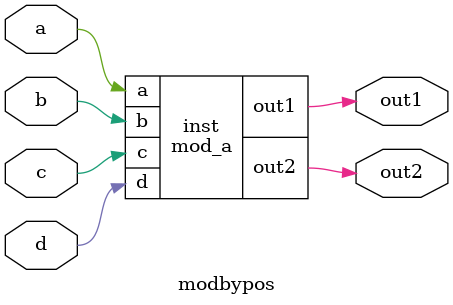
<source format=v>
module mod_a ( output out1, output out2, input a, input b, input c, input d);
endmodule
module modbypos ( 
    input a, 
    input b, 
    input c,
    input d,
    output out1,
    output out2
);
    //module mod_a inst( output, output, input, input, input, input );
    mod_a inst( out1, out2, a, b, c, d );

endmodule
</source>
